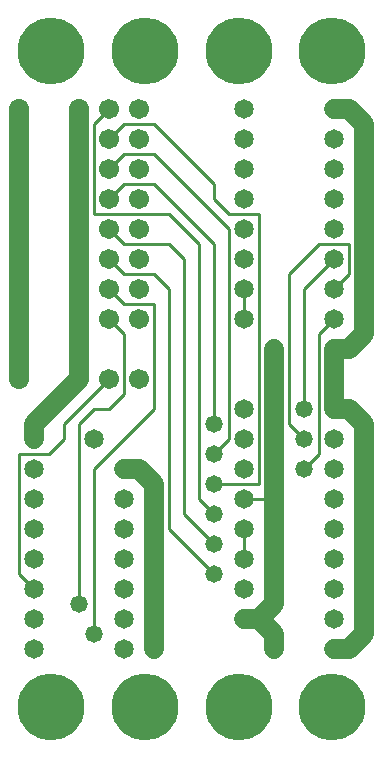
<source format=gtl>
%MOIN*%
%FSLAX25Y25*%
G04 D10 used for Character Trace; *
G04     Circle (OD=.01000) (No hole)*
G04 D11 used for Power Trace; *
G04     Circle (OD=.06700) (No hole)*
G04 D12 used for Signal Trace; *
G04     Circle (OD=.01100) (No hole)*
G04 D13 used for Via; *
G04     Circle (OD=.05800) (Round. Hole ID=.02800)*
G04 D14 used for Component hole; *
G04     Circle (OD=.06500) (Round. Hole ID=.03500)*
G04 D15 used for Component hole; *
G04     Circle (OD=.06700) (Round. Hole ID=.04300)*
G04 D16 used for Component hole; *
G04     Circle (OD=.08100) (Round. Hole ID=.05100)*
G04 D17 used for Component hole; *
G04     Circle (OD=.08900) (Round. Hole ID=.05900)*
G04 D18 used for Component hole; *
G04     Circle (OD=.11300) (Round. Hole ID=.08300)*
G04 D19 used for Component hole; *
G04     Circle (OD=.16000) (Round. Hole ID=.13000)*
G04 D20 used for Component hole; *
G04     Circle (OD=.18300) (Round. Hole ID=.15300)*
G04 D21 used for Component hole; *
G04     Circle (OD=.22291) (Round. Hole ID=.19291)*
%ADD10C,.01000*%
%ADD11C,.06700*%
%ADD12C,.01100*%
%ADD13C,.05800*%
%ADD14C,.06500*%
%ADD15C,.06700*%
%ADD16C,.08100*%
%ADD17C,.08900*%
%ADD18C,.11300*%
%ADD19C,.16000*%
%ADD20C,.18300*%
%ADD21C,.22291*%
%IPPOS*%
%LPD*%
G90*X0Y0D02*D21*X15625Y15625D03*D14*              
X10000Y35000D03*D13*X30000Y40000D03*D12*Y95000D01*
X50000Y115000D01*Y150000D01*X40000D01*            
X35000Y155000D01*D15*D03*D12*X40000Y160000D02*    
X50000D01*X55000Y155000D01*Y75000D01*             
X70000Y60000D01*D13*D03*D14*X80000Y55000D03*D13*  
X70000Y70000D03*D12*X60000Y80000D01*Y165000D01*   
X55000Y170000D01*X40000D01*X35000Y175000D01*D15*  
D03*D12*X30000Y180000D02*X55000D01*               
X65000Y170000D01*Y85000D01*X70000Y80000D01*D13*   
D03*D14*X80000Y75000D03*D12*Y65000D01*D14*D03*D11*
X85000Y45000D02*X90000Y50000D01*Y40000D02*        
X85000Y45000D01*X90000Y35000D02*Y40000D01*D14*    
Y35000D03*X80000Y45000D03*D11*X85000D01*          
X90000Y50000D02*Y85000D01*D12*X80000D01*D14*D03*  
D12*X70000Y90000D02*X85000D01*D13*X70000D03*      
Y100000D03*D12*X75000Y105000D01*Y175000D01*       
X50000Y200000D01*X40000D01*X35000Y195000D01*D15*  
D03*D12*Y185000D02*X40000Y190000D01*D15*          
X35000Y185000D03*D12*X40000Y190000D02*X50000D01*  
X70000Y170000D01*Y110000D01*D13*D03*D14*          
X80000Y105000D03*Y115000D03*Y95000D03*D11*        
X50000Y35000D02*Y90000D01*D13*Y35000D03*D14*      
X40000Y45000D03*Y35000D03*D21*X46875Y15625D03*D14*
X40000Y55000D03*D13*X25000Y50000D03*D12*          
Y110000D01*X30000Y115000D01*X35000D01*            
X40000Y120000D01*Y140000D01*X35000Y145000D01*D15* 
D03*X45000Y155000D03*X25000D03*D11*Y145000D01*D15*
D03*D11*Y125000D01*D15*D03*D11*X10000Y110000D01*  
Y105000D01*D14*D03*D12*X5000Y100000D02*X15000D01* 
X5000Y60000D02*Y100000D01*X10000Y55000D02*        
X5000Y60000D01*D14*X10000Y55000D03*Y65000D03*     
Y45000D03*Y75000D03*X40000Y85000D03*X10000D03*    
X40000Y65000D03*Y75000D03*D11*X50000Y90000D02*    
X45000Y95000D01*X40000D01*D14*D03*                
X30000Y105000D03*D12*X20000D02*Y110000D01*        
X15000Y100000D02*X20000Y105000D01*D14*            
X10000Y95000D03*D12*X20000Y110000D02*             
X35000Y125000D01*D15*D03*X45000D03*Y145000D03*    
X5000Y155000D03*D11*Y150000D01*Y145000D01*D15*D03*
D11*Y140000D01*Y135000D01*Y130000D01*Y125000D01*  
D15*D03*D12*Y130000D01*Y135000D01*Y140000D01*     
Y145000D01*Y150000D01*Y155000D01*D11*Y160000D01*  
D12*Y155000D01*D11*Y160000D02*Y165000D01*D15*D03* 
D11*Y175000D01*D15*D03*D11*Y185000D01*D15*D03*D11*
Y195000D01*D15*D03*D11*Y205000D01*D15*D03*D11*    
Y215000D01*D15*D03*X25000Y195000D03*D11*          
Y185000D01*D15*D03*D11*Y175000D01*D15*D03*D11*    
Y165000D01*D15*D03*D11*Y155000D01*D15*            
X35000Y165000D03*D12*X40000Y160000D01*D15*        
X45000Y165000D03*Y175000D03*D12*X30000Y180000D02* 
Y210000D01*X35000Y215000D01*D15*D03*D12*          
Y205000D02*X40000Y210000D01*D15*X35000Y205000D03* 
D12*X40000Y210000D02*X50000D01*X70000Y190000D01*  
Y185000D01*X75000Y180000D01*X85000D01*Y90000D01*  
D11*X90000Y85000D02*Y135000D01*D14*D03*           
X80000Y145000D03*D12*Y155000D01*D14*D03*          
Y165000D03*D12*X95000Y110000D02*Y160000D01*       
X100000Y105000D02*X95000Y110000D01*D13*           
X100000Y105000D03*D12*Y95000D02*X105000Y100000D01*
D13*X100000Y95000D03*D12*X105000Y100000D02*       
Y140000D01*X110000Y145000D01*D14*D03*D12*         
X100000Y115000D02*Y155000D01*D13*Y115000D03*D14*  
X110000Y105000D03*Y115000D03*D11*X115000D01*      
X120000Y110000D01*Y40000D01*X115000Y35000D01*     
X110000D01*D14*D03*Y45000D03*Y55000D03*D21*       
X109375Y15625D03*D14*X110000Y65000D03*D21*        
X78125Y15625D03*D14*X110000Y75000D03*Y85000D03*   
Y95000D03*D11*Y115000D02*Y135000D01*D14*D03*D11*  
X115000D01*X120000Y140000D01*Y210000D01*          
X115000Y215000D01*X110000D01*D14*D03*Y205000D03*  
D21*X109375Y234375D03*D14*X110000Y195000D03*      
X80000Y185000D03*D21*X78125Y234375D03*D14*        
X80000Y215000D03*X110000Y185000D03*               
X80000Y205000D03*Y195000D03*Y175000D03*X110000D03*
D12*X95000Y160000D02*X105000Y170000D01*           
X100000Y155000D02*X110000Y165000D01*D14*D03*D12*  
Y155000D02*X115000Y160000D01*D14*                 
X110000Y155000D03*D12*X115000Y160000D02*          
Y170000D01*X105000D01*D15*X45000Y215000D03*       
Y205000D03*Y195000D03*Y185000D03*D21*             
X46875Y234375D03*D15*X25000Y215000D03*D11*        
Y205000D01*D15*D03*D11*Y195000D01*D21*            
X15625Y234375D03*M02*                             

</source>
